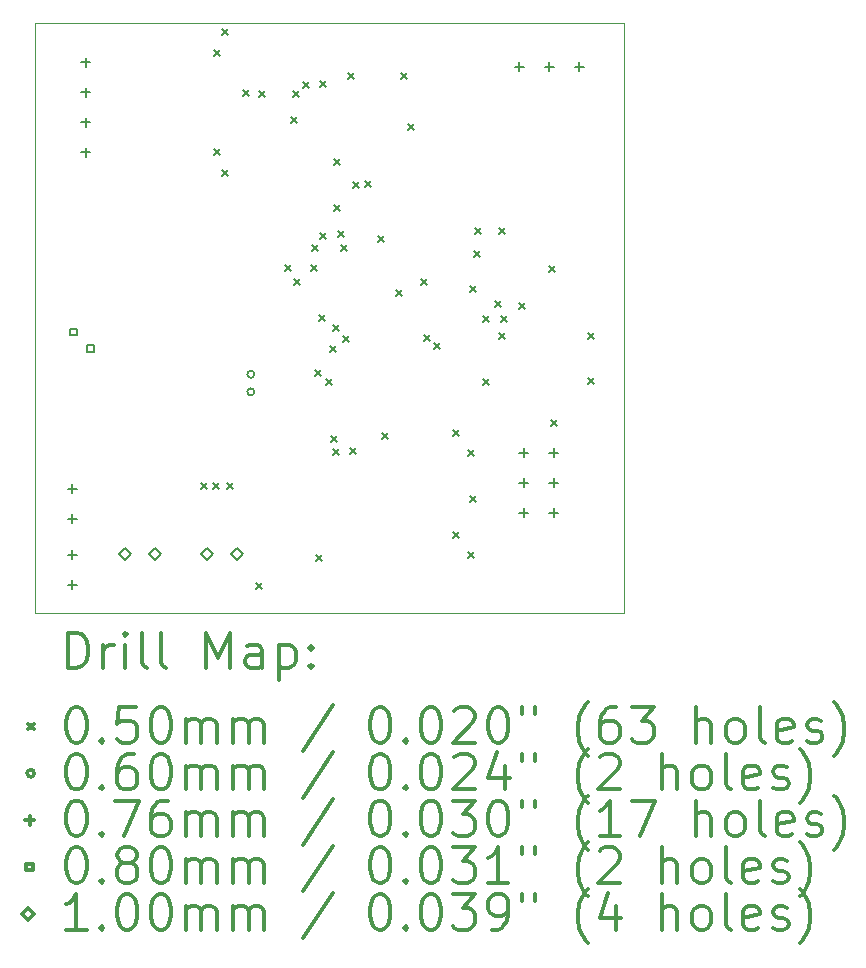
<source format=gbr>
%FSLAX45Y45*%
G04 Gerber Fmt 4.5, Leading zero omitted, Abs format (unit mm)*
G04 Created by KiCad (PCBNEW 4.1.0-alpha+201606030946+6874~45~ubuntu14.04.1-product) date Sun Jul  3 18:53:12 2016*
%MOMM*%
%LPD*%
G01*
G04 APERTURE LIST*
%ADD10C,0.127000*%
%ADD11C,0.100000*%
%ADD12C,0.200000*%
%ADD13C,0.300000*%
G04 APERTURE END LIST*
D10*
D11*
X13182600Y-11379200D02*
X13182600Y-6388100D01*
X18173700Y-11379200D02*
X13182600Y-11379200D01*
X18173700Y-6388100D02*
X18173700Y-11379200D01*
X13182600Y-6388100D02*
X18173700Y-6388100D01*
D12*
X14586350Y-10281050D02*
X14636350Y-10331050D01*
X14636350Y-10281050D02*
X14586350Y-10331050D01*
X14694300Y-10281050D02*
X14744300Y-10331050D01*
X14744300Y-10281050D02*
X14694300Y-10331050D01*
X14700650Y-6617100D02*
X14750650Y-6667100D01*
X14750650Y-6617100D02*
X14700650Y-6667100D01*
X14700650Y-7455300D02*
X14750650Y-7505300D01*
X14750650Y-7455300D02*
X14700650Y-7505300D01*
X14770500Y-6439300D02*
X14820500Y-6489300D01*
X14820500Y-6439300D02*
X14770500Y-6489300D01*
X14770500Y-7633100D02*
X14820500Y-7683100D01*
X14820500Y-7633100D02*
X14770500Y-7683100D01*
X14808600Y-10281050D02*
X14858600Y-10331050D01*
X14858600Y-10281050D02*
X14808600Y-10331050D01*
X14941950Y-6953650D02*
X14991950Y-7003650D01*
X14991950Y-6953650D02*
X14941950Y-7003650D01*
X15056250Y-11125600D02*
X15106250Y-11175600D01*
X15106250Y-11125600D02*
X15056250Y-11175600D01*
X15081650Y-6960000D02*
X15131650Y-7010000D01*
X15131650Y-6960000D02*
X15081650Y-7010000D01*
X15297550Y-8439550D02*
X15347550Y-8489550D01*
X15347550Y-8439550D02*
X15297550Y-8489550D01*
X15354700Y-7182250D02*
X15404700Y-7232250D01*
X15404700Y-7182250D02*
X15354700Y-7232250D01*
X15367400Y-6966350D02*
X15417400Y-7016350D01*
X15417400Y-6966350D02*
X15367400Y-7016350D01*
X15380100Y-8553850D02*
X15430100Y-8603850D01*
X15430100Y-8553850D02*
X15380100Y-8603850D01*
X15456300Y-6890150D02*
X15506300Y-6940150D01*
X15506300Y-6890150D02*
X15456300Y-6940150D01*
X15519800Y-8439550D02*
X15569800Y-8489550D01*
X15569800Y-8439550D02*
X15519800Y-8489550D01*
X15526150Y-8268100D02*
X15576150Y-8318100D01*
X15576150Y-8268100D02*
X15526150Y-8318100D01*
X15557900Y-9328550D02*
X15607900Y-9378550D01*
X15607900Y-9328550D02*
X15557900Y-9378550D01*
X15564250Y-10890650D02*
X15614250Y-10940650D01*
X15614250Y-10890650D02*
X15564250Y-10940650D01*
X15589650Y-8858650D02*
X15639650Y-8908650D01*
X15639650Y-8858650D02*
X15589650Y-8908650D01*
X15596000Y-6877450D02*
X15646000Y-6927450D01*
X15646000Y-6877450D02*
X15596000Y-6927450D01*
X15596000Y-8166500D02*
X15646000Y-8216500D01*
X15646000Y-8166500D02*
X15596000Y-8216500D01*
X15646800Y-9398400D02*
X15696800Y-9448400D01*
X15696800Y-9398400D02*
X15646800Y-9448400D01*
X15684900Y-9125350D02*
X15734900Y-9175350D01*
X15734900Y-9125350D02*
X15684900Y-9175350D01*
X15691250Y-9881000D02*
X15741250Y-9931000D01*
X15741250Y-9881000D02*
X15691250Y-9931000D01*
X15710300Y-8947550D02*
X15760300Y-8997550D01*
X15760300Y-8947550D02*
X15710300Y-8997550D01*
X15710300Y-9995300D02*
X15760300Y-10045300D01*
X15760300Y-9995300D02*
X15710300Y-10045300D01*
X15716650Y-7537850D02*
X15766650Y-7587850D01*
X15766650Y-7537850D02*
X15716650Y-7587850D01*
X15716650Y-7925200D02*
X15766650Y-7975200D01*
X15766650Y-7925200D02*
X15716650Y-7975200D01*
X15748400Y-8147450D02*
X15798400Y-8197450D01*
X15798400Y-8147450D02*
X15748400Y-8197450D01*
X15773800Y-8268100D02*
X15823800Y-8318100D01*
X15823800Y-8268100D02*
X15773800Y-8318100D01*
X15792850Y-9036450D02*
X15842850Y-9086450D01*
X15842850Y-9036450D02*
X15792850Y-9086450D01*
X15830950Y-6813950D02*
X15880950Y-6863950D01*
X15880950Y-6813950D02*
X15830950Y-6863950D01*
X15850000Y-9988950D02*
X15900000Y-10038950D01*
X15900000Y-9988950D02*
X15850000Y-10038950D01*
X15875400Y-7734700D02*
X15925400Y-7784700D01*
X15925400Y-7734700D02*
X15875400Y-7784700D01*
X15977000Y-7722000D02*
X16027000Y-7772000D01*
X16027000Y-7722000D02*
X15977000Y-7772000D01*
X16091300Y-8191900D02*
X16141300Y-8241900D01*
X16141300Y-8191900D02*
X16091300Y-8241900D01*
X16123050Y-9855600D02*
X16173050Y-9905600D01*
X16173050Y-9855600D02*
X16123050Y-9905600D01*
X16243700Y-8649100D02*
X16293700Y-8699100D01*
X16293700Y-8649100D02*
X16243700Y-8699100D01*
X16281800Y-6807600D02*
X16331800Y-6857600D01*
X16331800Y-6807600D02*
X16281800Y-6857600D01*
X16345300Y-7239400D02*
X16395300Y-7289400D01*
X16395300Y-7239400D02*
X16345300Y-7289400D01*
X16453250Y-8553850D02*
X16503250Y-8603850D01*
X16503250Y-8553850D02*
X16453250Y-8603850D01*
X16478650Y-9030100D02*
X16528650Y-9080100D01*
X16528650Y-9030100D02*
X16478650Y-9080100D01*
X16561200Y-9099950D02*
X16611200Y-9149950D01*
X16611200Y-9099950D02*
X16561200Y-9149950D01*
X16719950Y-10700150D02*
X16769950Y-10750150D01*
X16769950Y-10700150D02*
X16719950Y-10750150D01*
X16726300Y-9830200D02*
X16776300Y-9880200D01*
X16776300Y-9830200D02*
X16726300Y-9880200D01*
X16846950Y-10001650D02*
X16896950Y-10051650D01*
X16896950Y-10001650D02*
X16846950Y-10051650D01*
X16846950Y-10865250D02*
X16896950Y-10915250D01*
X16896950Y-10865250D02*
X16846950Y-10915250D01*
X16866000Y-8617350D02*
X16916000Y-8667350D01*
X16916000Y-8617350D02*
X16866000Y-8667350D01*
X16866000Y-10389000D02*
X16916000Y-10439000D01*
X16916000Y-10389000D02*
X16866000Y-10439000D01*
X16904100Y-8318900D02*
X16954100Y-8368900D01*
X16954100Y-8318900D02*
X16904100Y-8368900D01*
X16910450Y-8122050D02*
X16960450Y-8172050D01*
X16960450Y-8122050D02*
X16910450Y-8172050D01*
X16980300Y-8865000D02*
X17030300Y-8915000D01*
X17030300Y-8865000D02*
X16980300Y-8915000D01*
X16980300Y-9398400D02*
X17030300Y-9448400D01*
X17030300Y-9398400D02*
X16980300Y-9448400D01*
X17081900Y-8744350D02*
X17131900Y-8794350D01*
X17131900Y-8744350D02*
X17081900Y-8794350D01*
X17113650Y-8122050D02*
X17163650Y-8172050D01*
X17163650Y-8122050D02*
X17113650Y-8172050D01*
X17113650Y-9011050D02*
X17163650Y-9061050D01*
X17163650Y-9011050D02*
X17113650Y-9061050D01*
X17132700Y-8871350D02*
X17182700Y-8921350D01*
X17182700Y-8871350D02*
X17132700Y-8921350D01*
X17278750Y-8757050D02*
X17328750Y-8807050D01*
X17328750Y-8757050D02*
X17278750Y-8807050D01*
X17532750Y-8445900D02*
X17582750Y-8495900D01*
X17582750Y-8445900D02*
X17532750Y-8495900D01*
X17551800Y-9747650D02*
X17601800Y-9797650D01*
X17601800Y-9747650D02*
X17551800Y-9797650D01*
X17862950Y-9011050D02*
X17912950Y-9061050D01*
X17912950Y-9011050D02*
X17862950Y-9061050D01*
X17862950Y-9392050D02*
X17912950Y-9442050D01*
X17912950Y-9392050D02*
X17862950Y-9442050D01*
X15041372Y-9361170D02*
G75*
G03X15041372Y-9361170I-29972J0D01*
G01*
X15041372Y-9511030D02*
G75*
G03X15041372Y-9511030I-29972J0D01*
G01*
X13498830Y-10290810D02*
X13498830Y-10367010D01*
X13460730Y-10328910D02*
X13536930Y-10328910D01*
X13498830Y-10544810D02*
X13498830Y-10621010D01*
X13460730Y-10582910D02*
X13536930Y-10582910D01*
X13498830Y-10850880D02*
X13498830Y-10927080D01*
X13460730Y-10888980D02*
X13536930Y-10888980D01*
X13498830Y-11104880D02*
X13498830Y-11181080D01*
X13460730Y-11142980D02*
X13536930Y-11142980D01*
X13614400Y-6680200D02*
X13614400Y-6756400D01*
X13576300Y-6718300D02*
X13652500Y-6718300D01*
X13614400Y-6934200D02*
X13614400Y-7010400D01*
X13576300Y-6972300D02*
X13652500Y-6972300D01*
X13614400Y-7188200D02*
X13614400Y-7264400D01*
X13576300Y-7226300D02*
X13652500Y-7226300D01*
X13614400Y-7442200D02*
X13614400Y-7518400D01*
X13576300Y-7480300D02*
X13652500Y-7480300D01*
X17284700Y-6718300D02*
X17284700Y-6794500D01*
X17246600Y-6756400D02*
X17322800Y-6756400D01*
X17322800Y-9988550D02*
X17322800Y-10064750D01*
X17284700Y-10026650D02*
X17360900Y-10026650D01*
X17322800Y-10242550D02*
X17322800Y-10318750D01*
X17284700Y-10280650D02*
X17360900Y-10280650D01*
X17322800Y-10496550D02*
X17322800Y-10572750D01*
X17284700Y-10534650D02*
X17360900Y-10534650D01*
X17538700Y-6718300D02*
X17538700Y-6794500D01*
X17500600Y-6756400D02*
X17576800Y-6756400D01*
X17576800Y-9988550D02*
X17576800Y-10064750D01*
X17538700Y-10026650D02*
X17614900Y-10026650D01*
X17576800Y-10242550D02*
X17576800Y-10318750D01*
X17538700Y-10280650D02*
X17614900Y-10280650D01*
X17576800Y-10496550D02*
X17576800Y-10572750D01*
X17538700Y-10534650D02*
X17614900Y-10534650D01*
X17792700Y-6718300D02*
X17792700Y-6794500D01*
X17754600Y-6756400D02*
X17830800Y-6756400D01*
X13539363Y-9030863D02*
X13539363Y-8974294D01*
X13482794Y-8974294D01*
X13482794Y-9030863D01*
X13539363Y-9030863D01*
X13680784Y-9172285D02*
X13680784Y-9115716D01*
X13624215Y-9115716D01*
X13624215Y-9172285D01*
X13680784Y-9172285D01*
X13944600Y-10933938D02*
X13994638Y-10883900D01*
X13944600Y-10833862D01*
X13894562Y-10883900D01*
X13944600Y-10933938D01*
X14198600Y-10933938D02*
X14248638Y-10883900D01*
X14198600Y-10833862D01*
X14148562Y-10883900D01*
X14198600Y-10933938D01*
X14643100Y-10933938D02*
X14693138Y-10883900D01*
X14643100Y-10833862D01*
X14593062Y-10883900D01*
X14643100Y-10933938D01*
X14897100Y-10933938D02*
X14947138Y-10883900D01*
X14897100Y-10833862D01*
X14847062Y-10883900D01*
X14897100Y-10933938D01*
D13*
X13464028Y-11849914D02*
X13464028Y-11549914D01*
X13535457Y-11549914D01*
X13578314Y-11564200D01*
X13606886Y-11592771D01*
X13621171Y-11621343D01*
X13635457Y-11678486D01*
X13635457Y-11721343D01*
X13621171Y-11778486D01*
X13606886Y-11807057D01*
X13578314Y-11835629D01*
X13535457Y-11849914D01*
X13464028Y-11849914D01*
X13764028Y-11849914D02*
X13764028Y-11649914D01*
X13764028Y-11707057D02*
X13778314Y-11678486D01*
X13792600Y-11664200D01*
X13821171Y-11649914D01*
X13849743Y-11649914D01*
X13949743Y-11849914D02*
X13949743Y-11649914D01*
X13949743Y-11549914D02*
X13935457Y-11564200D01*
X13949743Y-11578486D01*
X13964028Y-11564200D01*
X13949743Y-11549914D01*
X13949743Y-11578486D01*
X14135457Y-11849914D02*
X14106886Y-11835629D01*
X14092600Y-11807057D01*
X14092600Y-11549914D01*
X14292600Y-11849914D02*
X14264028Y-11835629D01*
X14249743Y-11807057D01*
X14249743Y-11549914D01*
X14635457Y-11849914D02*
X14635457Y-11549914D01*
X14735457Y-11764200D01*
X14835457Y-11549914D01*
X14835457Y-11849914D01*
X15106886Y-11849914D02*
X15106886Y-11692771D01*
X15092600Y-11664200D01*
X15064028Y-11649914D01*
X15006886Y-11649914D01*
X14978314Y-11664200D01*
X15106886Y-11835629D02*
X15078314Y-11849914D01*
X15006886Y-11849914D01*
X14978314Y-11835629D01*
X14964028Y-11807057D01*
X14964028Y-11778486D01*
X14978314Y-11749914D01*
X15006886Y-11735629D01*
X15078314Y-11735629D01*
X15106886Y-11721343D01*
X15249743Y-11649914D02*
X15249743Y-11949914D01*
X15249743Y-11664200D02*
X15278314Y-11649914D01*
X15335457Y-11649914D01*
X15364028Y-11664200D01*
X15378314Y-11678486D01*
X15392600Y-11707057D01*
X15392600Y-11792771D01*
X15378314Y-11821343D01*
X15364028Y-11835629D01*
X15335457Y-11849914D01*
X15278314Y-11849914D01*
X15249743Y-11835629D01*
X15521171Y-11821343D02*
X15535457Y-11835629D01*
X15521171Y-11849914D01*
X15506886Y-11835629D01*
X15521171Y-11821343D01*
X15521171Y-11849914D01*
X15521171Y-11664200D02*
X15535457Y-11678486D01*
X15521171Y-11692771D01*
X15506886Y-11678486D01*
X15521171Y-11664200D01*
X15521171Y-11692771D01*
X13127600Y-12319200D02*
X13177600Y-12369200D01*
X13177600Y-12319200D02*
X13127600Y-12369200D01*
X13521171Y-12179914D02*
X13549743Y-12179914D01*
X13578314Y-12194200D01*
X13592600Y-12208486D01*
X13606886Y-12237057D01*
X13621171Y-12294200D01*
X13621171Y-12365629D01*
X13606886Y-12422771D01*
X13592600Y-12451343D01*
X13578314Y-12465629D01*
X13549743Y-12479914D01*
X13521171Y-12479914D01*
X13492600Y-12465629D01*
X13478314Y-12451343D01*
X13464028Y-12422771D01*
X13449743Y-12365629D01*
X13449743Y-12294200D01*
X13464028Y-12237057D01*
X13478314Y-12208486D01*
X13492600Y-12194200D01*
X13521171Y-12179914D01*
X13749743Y-12451343D02*
X13764028Y-12465629D01*
X13749743Y-12479914D01*
X13735457Y-12465629D01*
X13749743Y-12451343D01*
X13749743Y-12479914D01*
X14035457Y-12179914D02*
X13892600Y-12179914D01*
X13878314Y-12322771D01*
X13892600Y-12308486D01*
X13921171Y-12294200D01*
X13992600Y-12294200D01*
X14021171Y-12308486D01*
X14035457Y-12322771D01*
X14049743Y-12351343D01*
X14049743Y-12422771D01*
X14035457Y-12451343D01*
X14021171Y-12465629D01*
X13992600Y-12479914D01*
X13921171Y-12479914D01*
X13892600Y-12465629D01*
X13878314Y-12451343D01*
X14235457Y-12179914D02*
X14264028Y-12179914D01*
X14292600Y-12194200D01*
X14306886Y-12208486D01*
X14321171Y-12237057D01*
X14335457Y-12294200D01*
X14335457Y-12365629D01*
X14321171Y-12422771D01*
X14306886Y-12451343D01*
X14292600Y-12465629D01*
X14264028Y-12479914D01*
X14235457Y-12479914D01*
X14206886Y-12465629D01*
X14192600Y-12451343D01*
X14178314Y-12422771D01*
X14164028Y-12365629D01*
X14164028Y-12294200D01*
X14178314Y-12237057D01*
X14192600Y-12208486D01*
X14206886Y-12194200D01*
X14235457Y-12179914D01*
X14464028Y-12479914D02*
X14464028Y-12279914D01*
X14464028Y-12308486D02*
X14478314Y-12294200D01*
X14506886Y-12279914D01*
X14549743Y-12279914D01*
X14578314Y-12294200D01*
X14592600Y-12322771D01*
X14592600Y-12479914D01*
X14592600Y-12322771D02*
X14606886Y-12294200D01*
X14635457Y-12279914D01*
X14678314Y-12279914D01*
X14706886Y-12294200D01*
X14721171Y-12322771D01*
X14721171Y-12479914D01*
X14864028Y-12479914D02*
X14864028Y-12279914D01*
X14864028Y-12308486D02*
X14878314Y-12294200D01*
X14906886Y-12279914D01*
X14949743Y-12279914D01*
X14978314Y-12294200D01*
X14992600Y-12322771D01*
X14992600Y-12479914D01*
X14992600Y-12322771D02*
X15006886Y-12294200D01*
X15035457Y-12279914D01*
X15078314Y-12279914D01*
X15106886Y-12294200D01*
X15121171Y-12322771D01*
X15121171Y-12479914D01*
X15706886Y-12165629D02*
X15449743Y-12551343D01*
X16092600Y-12179914D02*
X16121171Y-12179914D01*
X16149743Y-12194200D01*
X16164028Y-12208486D01*
X16178314Y-12237057D01*
X16192600Y-12294200D01*
X16192600Y-12365629D01*
X16178314Y-12422771D01*
X16164028Y-12451343D01*
X16149743Y-12465629D01*
X16121171Y-12479914D01*
X16092600Y-12479914D01*
X16064028Y-12465629D01*
X16049743Y-12451343D01*
X16035457Y-12422771D01*
X16021171Y-12365629D01*
X16021171Y-12294200D01*
X16035457Y-12237057D01*
X16049743Y-12208486D01*
X16064028Y-12194200D01*
X16092600Y-12179914D01*
X16321171Y-12451343D02*
X16335457Y-12465629D01*
X16321171Y-12479914D01*
X16306886Y-12465629D01*
X16321171Y-12451343D01*
X16321171Y-12479914D01*
X16521171Y-12179914D02*
X16549743Y-12179914D01*
X16578314Y-12194200D01*
X16592600Y-12208486D01*
X16606886Y-12237057D01*
X16621171Y-12294200D01*
X16621171Y-12365629D01*
X16606886Y-12422771D01*
X16592600Y-12451343D01*
X16578314Y-12465629D01*
X16549743Y-12479914D01*
X16521171Y-12479914D01*
X16492600Y-12465629D01*
X16478314Y-12451343D01*
X16464028Y-12422771D01*
X16449743Y-12365629D01*
X16449743Y-12294200D01*
X16464028Y-12237057D01*
X16478314Y-12208486D01*
X16492600Y-12194200D01*
X16521171Y-12179914D01*
X16735457Y-12208486D02*
X16749743Y-12194200D01*
X16778314Y-12179914D01*
X16849743Y-12179914D01*
X16878314Y-12194200D01*
X16892600Y-12208486D01*
X16906886Y-12237057D01*
X16906886Y-12265629D01*
X16892600Y-12308486D01*
X16721171Y-12479914D01*
X16906886Y-12479914D01*
X17092600Y-12179914D02*
X17121171Y-12179914D01*
X17149743Y-12194200D01*
X17164028Y-12208486D01*
X17178314Y-12237057D01*
X17192600Y-12294200D01*
X17192600Y-12365629D01*
X17178314Y-12422771D01*
X17164028Y-12451343D01*
X17149743Y-12465629D01*
X17121171Y-12479914D01*
X17092600Y-12479914D01*
X17064028Y-12465629D01*
X17049743Y-12451343D01*
X17035457Y-12422771D01*
X17021171Y-12365629D01*
X17021171Y-12294200D01*
X17035457Y-12237057D01*
X17049743Y-12208486D01*
X17064028Y-12194200D01*
X17092600Y-12179914D01*
X17306886Y-12179914D02*
X17306886Y-12237057D01*
X17421171Y-12179914D02*
X17421171Y-12237057D01*
X17864028Y-12594200D02*
X17849743Y-12579914D01*
X17821171Y-12537057D01*
X17806886Y-12508486D01*
X17792600Y-12465629D01*
X17778314Y-12394200D01*
X17778314Y-12337057D01*
X17792600Y-12265629D01*
X17806886Y-12222771D01*
X17821171Y-12194200D01*
X17849743Y-12151343D01*
X17864028Y-12137057D01*
X18106886Y-12179914D02*
X18049743Y-12179914D01*
X18021171Y-12194200D01*
X18006886Y-12208486D01*
X17978314Y-12251343D01*
X17964028Y-12308486D01*
X17964028Y-12422771D01*
X17978314Y-12451343D01*
X17992600Y-12465629D01*
X18021171Y-12479914D01*
X18078314Y-12479914D01*
X18106886Y-12465629D01*
X18121171Y-12451343D01*
X18135457Y-12422771D01*
X18135457Y-12351343D01*
X18121171Y-12322771D01*
X18106886Y-12308486D01*
X18078314Y-12294200D01*
X18021171Y-12294200D01*
X17992600Y-12308486D01*
X17978314Y-12322771D01*
X17964028Y-12351343D01*
X18235457Y-12179914D02*
X18421171Y-12179914D01*
X18321171Y-12294200D01*
X18364028Y-12294200D01*
X18392600Y-12308486D01*
X18406886Y-12322771D01*
X18421171Y-12351343D01*
X18421171Y-12422771D01*
X18406886Y-12451343D01*
X18392600Y-12465629D01*
X18364028Y-12479914D01*
X18278314Y-12479914D01*
X18249743Y-12465629D01*
X18235457Y-12451343D01*
X18778314Y-12479914D02*
X18778314Y-12179914D01*
X18906886Y-12479914D02*
X18906886Y-12322771D01*
X18892600Y-12294200D01*
X18864028Y-12279914D01*
X18821171Y-12279914D01*
X18792600Y-12294200D01*
X18778314Y-12308486D01*
X19092600Y-12479914D02*
X19064028Y-12465629D01*
X19049743Y-12451343D01*
X19035457Y-12422771D01*
X19035457Y-12337057D01*
X19049743Y-12308486D01*
X19064028Y-12294200D01*
X19092600Y-12279914D01*
X19135457Y-12279914D01*
X19164028Y-12294200D01*
X19178314Y-12308486D01*
X19192600Y-12337057D01*
X19192600Y-12422771D01*
X19178314Y-12451343D01*
X19164028Y-12465629D01*
X19135457Y-12479914D01*
X19092600Y-12479914D01*
X19364028Y-12479914D02*
X19335457Y-12465629D01*
X19321171Y-12437057D01*
X19321171Y-12179914D01*
X19592600Y-12465629D02*
X19564028Y-12479914D01*
X19506886Y-12479914D01*
X19478314Y-12465629D01*
X19464028Y-12437057D01*
X19464028Y-12322771D01*
X19478314Y-12294200D01*
X19506886Y-12279914D01*
X19564028Y-12279914D01*
X19592600Y-12294200D01*
X19606886Y-12322771D01*
X19606886Y-12351343D01*
X19464028Y-12379914D01*
X19721171Y-12465629D02*
X19749743Y-12479914D01*
X19806886Y-12479914D01*
X19835457Y-12465629D01*
X19849743Y-12437057D01*
X19849743Y-12422771D01*
X19835457Y-12394200D01*
X19806886Y-12379914D01*
X19764028Y-12379914D01*
X19735457Y-12365629D01*
X19721171Y-12337057D01*
X19721171Y-12322771D01*
X19735457Y-12294200D01*
X19764028Y-12279914D01*
X19806886Y-12279914D01*
X19835457Y-12294200D01*
X19949743Y-12594200D02*
X19964028Y-12579914D01*
X19992600Y-12537057D01*
X20006886Y-12508486D01*
X20021171Y-12465629D01*
X20035457Y-12394200D01*
X20035457Y-12337057D01*
X20021171Y-12265629D01*
X20006886Y-12222771D01*
X19992600Y-12194200D01*
X19964028Y-12151343D01*
X19949743Y-12137057D01*
X13177600Y-12740200D02*
G75*
G03X13177600Y-12740200I-29972J0D01*
G01*
X13521171Y-12575914D02*
X13549743Y-12575914D01*
X13578314Y-12590200D01*
X13592600Y-12604486D01*
X13606886Y-12633057D01*
X13621171Y-12690200D01*
X13621171Y-12761629D01*
X13606886Y-12818771D01*
X13592600Y-12847343D01*
X13578314Y-12861629D01*
X13549743Y-12875914D01*
X13521171Y-12875914D01*
X13492600Y-12861629D01*
X13478314Y-12847343D01*
X13464028Y-12818771D01*
X13449743Y-12761629D01*
X13449743Y-12690200D01*
X13464028Y-12633057D01*
X13478314Y-12604486D01*
X13492600Y-12590200D01*
X13521171Y-12575914D01*
X13749743Y-12847343D02*
X13764028Y-12861629D01*
X13749743Y-12875914D01*
X13735457Y-12861629D01*
X13749743Y-12847343D01*
X13749743Y-12875914D01*
X14021171Y-12575914D02*
X13964028Y-12575914D01*
X13935457Y-12590200D01*
X13921171Y-12604486D01*
X13892600Y-12647343D01*
X13878314Y-12704486D01*
X13878314Y-12818771D01*
X13892600Y-12847343D01*
X13906886Y-12861629D01*
X13935457Y-12875914D01*
X13992600Y-12875914D01*
X14021171Y-12861629D01*
X14035457Y-12847343D01*
X14049743Y-12818771D01*
X14049743Y-12747343D01*
X14035457Y-12718771D01*
X14021171Y-12704486D01*
X13992600Y-12690200D01*
X13935457Y-12690200D01*
X13906886Y-12704486D01*
X13892600Y-12718771D01*
X13878314Y-12747343D01*
X14235457Y-12575914D02*
X14264028Y-12575914D01*
X14292600Y-12590200D01*
X14306886Y-12604486D01*
X14321171Y-12633057D01*
X14335457Y-12690200D01*
X14335457Y-12761629D01*
X14321171Y-12818771D01*
X14306886Y-12847343D01*
X14292600Y-12861629D01*
X14264028Y-12875914D01*
X14235457Y-12875914D01*
X14206886Y-12861629D01*
X14192600Y-12847343D01*
X14178314Y-12818771D01*
X14164028Y-12761629D01*
X14164028Y-12690200D01*
X14178314Y-12633057D01*
X14192600Y-12604486D01*
X14206886Y-12590200D01*
X14235457Y-12575914D01*
X14464028Y-12875914D02*
X14464028Y-12675914D01*
X14464028Y-12704486D02*
X14478314Y-12690200D01*
X14506886Y-12675914D01*
X14549743Y-12675914D01*
X14578314Y-12690200D01*
X14592600Y-12718771D01*
X14592600Y-12875914D01*
X14592600Y-12718771D02*
X14606886Y-12690200D01*
X14635457Y-12675914D01*
X14678314Y-12675914D01*
X14706886Y-12690200D01*
X14721171Y-12718771D01*
X14721171Y-12875914D01*
X14864028Y-12875914D02*
X14864028Y-12675914D01*
X14864028Y-12704486D02*
X14878314Y-12690200D01*
X14906886Y-12675914D01*
X14949743Y-12675914D01*
X14978314Y-12690200D01*
X14992600Y-12718771D01*
X14992600Y-12875914D01*
X14992600Y-12718771D02*
X15006886Y-12690200D01*
X15035457Y-12675914D01*
X15078314Y-12675914D01*
X15106886Y-12690200D01*
X15121171Y-12718771D01*
X15121171Y-12875914D01*
X15706886Y-12561629D02*
X15449743Y-12947343D01*
X16092600Y-12575914D02*
X16121171Y-12575914D01*
X16149743Y-12590200D01*
X16164028Y-12604486D01*
X16178314Y-12633057D01*
X16192600Y-12690200D01*
X16192600Y-12761629D01*
X16178314Y-12818771D01*
X16164028Y-12847343D01*
X16149743Y-12861629D01*
X16121171Y-12875914D01*
X16092600Y-12875914D01*
X16064028Y-12861629D01*
X16049743Y-12847343D01*
X16035457Y-12818771D01*
X16021171Y-12761629D01*
X16021171Y-12690200D01*
X16035457Y-12633057D01*
X16049743Y-12604486D01*
X16064028Y-12590200D01*
X16092600Y-12575914D01*
X16321171Y-12847343D02*
X16335457Y-12861629D01*
X16321171Y-12875914D01*
X16306886Y-12861629D01*
X16321171Y-12847343D01*
X16321171Y-12875914D01*
X16521171Y-12575914D02*
X16549743Y-12575914D01*
X16578314Y-12590200D01*
X16592600Y-12604486D01*
X16606886Y-12633057D01*
X16621171Y-12690200D01*
X16621171Y-12761629D01*
X16606886Y-12818771D01*
X16592600Y-12847343D01*
X16578314Y-12861629D01*
X16549743Y-12875914D01*
X16521171Y-12875914D01*
X16492600Y-12861629D01*
X16478314Y-12847343D01*
X16464028Y-12818771D01*
X16449743Y-12761629D01*
X16449743Y-12690200D01*
X16464028Y-12633057D01*
X16478314Y-12604486D01*
X16492600Y-12590200D01*
X16521171Y-12575914D01*
X16735457Y-12604486D02*
X16749743Y-12590200D01*
X16778314Y-12575914D01*
X16849743Y-12575914D01*
X16878314Y-12590200D01*
X16892600Y-12604486D01*
X16906886Y-12633057D01*
X16906886Y-12661629D01*
X16892600Y-12704486D01*
X16721171Y-12875914D01*
X16906886Y-12875914D01*
X17164028Y-12675914D02*
X17164028Y-12875914D01*
X17092600Y-12561629D02*
X17021171Y-12775914D01*
X17206886Y-12775914D01*
X17306886Y-12575914D02*
X17306886Y-12633057D01*
X17421171Y-12575914D02*
X17421171Y-12633057D01*
X17864028Y-12990200D02*
X17849743Y-12975914D01*
X17821171Y-12933057D01*
X17806886Y-12904486D01*
X17792600Y-12861629D01*
X17778314Y-12790200D01*
X17778314Y-12733057D01*
X17792600Y-12661629D01*
X17806886Y-12618771D01*
X17821171Y-12590200D01*
X17849743Y-12547343D01*
X17864028Y-12533057D01*
X17964028Y-12604486D02*
X17978314Y-12590200D01*
X18006886Y-12575914D01*
X18078314Y-12575914D01*
X18106886Y-12590200D01*
X18121171Y-12604486D01*
X18135457Y-12633057D01*
X18135457Y-12661629D01*
X18121171Y-12704486D01*
X17949743Y-12875914D01*
X18135457Y-12875914D01*
X18492600Y-12875914D02*
X18492600Y-12575914D01*
X18621171Y-12875914D02*
X18621171Y-12718771D01*
X18606886Y-12690200D01*
X18578314Y-12675914D01*
X18535457Y-12675914D01*
X18506886Y-12690200D01*
X18492600Y-12704486D01*
X18806886Y-12875914D02*
X18778314Y-12861629D01*
X18764028Y-12847343D01*
X18749743Y-12818771D01*
X18749743Y-12733057D01*
X18764028Y-12704486D01*
X18778314Y-12690200D01*
X18806886Y-12675914D01*
X18849743Y-12675914D01*
X18878314Y-12690200D01*
X18892600Y-12704486D01*
X18906886Y-12733057D01*
X18906886Y-12818771D01*
X18892600Y-12847343D01*
X18878314Y-12861629D01*
X18849743Y-12875914D01*
X18806886Y-12875914D01*
X19078314Y-12875914D02*
X19049743Y-12861629D01*
X19035457Y-12833057D01*
X19035457Y-12575914D01*
X19306886Y-12861629D02*
X19278314Y-12875914D01*
X19221171Y-12875914D01*
X19192600Y-12861629D01*
X19178314Y-12833057D01*
X19178314Y-12718771D01*
X19192600Y-12690200D01*
X19221171Y-12675914D01*
X19278314Y-12675914D01*
X19306886Y-12690200D01*
X19321171Y-12718771D01*
X19321171Y-12747343D01*
X19178314Y-12775914D01*
X19435457Y-12861629D02*
X19464028Y-12875914D01*
X19521171Y-12875914D01*
X19549743Y-12861629D01*
X19564028Y-12833057D01*
X19564028Y-12818771D01*
X19549743Y-12790200D01*
X19521171Y-12775914D01*
X19478314Y-12775914D01*
X19449743Y-12761629D01*
X19435457Y-12733057D01*
X19435457Y-12718771D01*
X19449743Y-12690200D01*
X19478314Y-12675914D01*
X19521171Y-12675914D01*
X19549743Y-12690200D01*
X19664028Y-12990200D02*
X19678314Y-12975914D01*
X19706886Y-12933057D01*
X19721171Y-12904486D01*
X19735457Y-12861629D01*
X19749743Y-12790200D01*
X19749743Y-12733057D01*
X19735457Y-12661629D01*
X19721171Y-12618771D01*
X19706886Y-12590200D01*
X19678314Y-12547343D01*
X19664028Y-12533057D01*
X13139500Y-13098100D02*
X13139500Y-13174300D01*
X13101400Y-13136200D02*
X13177600Y-13136200D01*
X13521171Y-12971914D02*
X13549743Y-12971914D01*
X13578314Y-12986200D01*
X13592600Y-13000486D01*
X13606886Y-13029057D01*
X13621171Y-13086200D01*
X13621171Y-13157629D01*
X13606886Y-13214771D01*
X13592600Y-13243343D01*
X13578314Y-13257629D01*
X13549743Y-13271914D01*
X13521171Y-13271914D01*
X13492600Y-13257629D01*
X13478314Y-13243343D01*
X13464028Y-13214771D01*
X13449743Y-13157629D01*
X13449743Y-13086200D01*
X13464028Y-13029057D01*
X13478314Y-13000486D01*
X13492600Y-12986200D01*
X13521171Y-12971914D01*
X13749743Y-13243343D02*
X13764028Y-13257629D01*
X13749743Y-13271914D01*
X13735457Y-13257629D01*
X13749743Y-13243343D01*
X13749743Y-13271914D01*
X13864028Y-12971914D02*
X14064028Y-12971914D01*
X13935457Y-13271914D01*
X14306886Y-12971914D02*
X14249743Y-12971914D01*
X14221171Y-12986200D01*
X14206886Y-13000486D01*
X14178314Y-13043343D01*
X14164028Y-13100486D01*
X14164028Y-13214771D01*
X14178314Y-13243343D01*
X14192600Y-13257629D01*
X14221171Y-13271914D01*
X14278314Y-13271914D01*
X14306886Y-13257629D01*
X14321171Y-13243343D01*
X14335457Y-13214771D01*
X14335457Y-13143343D01*
X14321171Y-13114771D01*
X14306886Y-13100486D01*
X14278314Y-13086200D01*
X14221171Y-13086200D01*
X14192600Y-13100486D01*
X14178314Y-13114771D01*
X14164028Y-13143343D01*
X14464028Y-13271914D02*
X14464028Y-13071914D01*
X14464028Y-13100486D02*
X14478314Y-13086200D01*
X14506886Y-13071914D01*
X14549743Y-13071914D01*
X14578314Y-13086200D01*
X14592600Y-13114771D01*
X14592600Y-13271914D01*
X14592600Y-13114771D02*
X14606886Y-13086200D01*
X14635457Y-13071914D01*
X14678314Y-13071914D01*
X14706886Y-13086200D01*
X14721171Y-13114771D01*
X14721171Y-13271914D01*
X14864028Y-13271914D02*
X14864028Y-13071914D01*
X14864028Y-13100486D02*
X14878314Y-13086200D01*
X14906886Y-13071914D01*
X14949743Y-13071914D01*
X14978314Y-13086200D01*
X14992600Y-13114771D01*
X14992600Y-13271914D01*
X14992600Y-13114771D02*
X15006886Y-13086200D01*
X15035457Y-13071914D01*
X15078314Y-13071914D01*
X15106886Y-13086200D01*
X15121171Y-13114771D01*
X15121171Y-13271914D01*
X15706886Y-12957629D02*
X15449743Y-13343343D01*
X16092600Y-12971914D02*
X16121171Y-12971914D01*
X16149743Y-12986200D01*
X16164028Y-13000486D01*
X16178314Y-13029057D01*
X16192600Y-13086200D01*
X16192600Y-13157629D01*
X16178314Y-13214771D01*
X16164028Y-13243343D01*
X16149743Y-13257629D01*
X16121171Y-13271914D01*
X16092600Y-13271914D01*
X16064028Y-13257629D01*
X16049743Y-13243343D01*
X16035457Y-13214771D01*
X16021171Y-13157629D01*
X16021171Y-13086200D01*
X16035457Y-13029057D01*
X16049743Y-13000486D01*
X16064028Y-12986200D01*
X16092600Y-12971914D01*
X16321171Y-13243343D02*
X16335457Y-13257629D01*
X16321171Y-13271914D01*
X16306886Y-13257629D01*
X16321171Y-13243343D01*
X16321171Y-13271914D01*
X16521171Y-12971914D02*
X16549743Y-12971914D01*
X16578314Y-12986200D01*
X16592600Y-13000486D01*
X16606886Y-13029057D01*
X16621171Y-13086200D01*
X16621171Y-13157629D01*
X16606886Y-13214771D01*
X16592600Y-13243343D01*
X16578314Y-13257629D01*
X16549743Y-13271914D01*
X16521171Y-13271914D01*
X16492600Y-13257629D01*
X16478314Y-13243343D01*
X16464028Y-13214771D01*
X16449743Y-13157629D01*
X16449743Y-13086200D01*
X16464028Y-13029057D01*
X16478314Y-13000486D01*
X16492600Y-12986200D01*
X16521171Y-12971914D01*
X16721171Y-12971914D02*
X16906886Y-12971914D01*
X16806886Y-13086200D01*
X16849743Y-13086200D01*
X16878314Y-13100486D01*
X16892600Y-13114771D01*
X16906886Y-13143343D01*
X16906886Y-13214771D01*
X16892600Y-13243343D01*
X16878314Y-13257629D01*
X16849743Y-13271914D01*
X16764028Y-13271914D01*
X16735457Y-13257629D01*
X16721171Y-13243343D01*
X17092600Y-12971914D02*
X17121171Y-12971914D01*
X17149743Y-12986200D01*
X17164028Y-13000486D01*
X17178314Y-13029057D01*
X17192600Y-13086200D01*
X17192600Y-13157629D01*
X17178314Y-13214771D01*
X17164028Y-13243343D01*
X17149743Y-13257629D01*
X17121171Y-13271914D01*
X17092600Y-13271914D01*
X17064028Y-13257629D01*
X17049743Y-13243343D01*
X17035457Y-13214771D01*
X17021171Y-13157629D01*
X17021171Y-13086200D01*
X17035457Y-13029057D01*
X17049743Y-13000486D01*
X17064028Y-12986200D01*
X17092600Y-12971914D01*
X17306886Y-12971914D02*
X17306886Y-13029057D01*
X17421171Y-12971914D02*
X17421171Y-13029057D01*
X17864028Y-13386200D02*
X17849743Y-13371914D01*
X17821171Y-13329057D01*
X17806886Y-13300486D01*
X17792600Y-13257629D01*
X17778314Y-13186200D01*
X17778314Y-13129057D01*
X17792600Y-13057629D01*
X17806886Y-13014771D01*
X17821171Y-12986200D01*
X17849743Y-12943343D01*
X17864028Y-12929057D01*
X18135457Y-13271914D02*
X17964028Y-13271914D01*
X18049743Y-13271914D02*
X18049743Y-12971914D01*
X18021171Y-13014771D01*
X17992600Y-13043343D01*
X17964028Y-13057629D01*
X18235457Y-12971914D02*
X18435457Y-12971914D01*
X18306886Y-13271914D01*
X18778314Y-13271914D02*
X18778314Y-12971914D01*
X18906886Y-13271914D02*
X18906886Y-13114771D01*
X18892600Y-13086200D01*
X18864028Y-13071914D01*
X18821171Y-13071914D01*
X18792600Y-13086200D01*
X18778314Y-13100486D01*
X19092600Y-13271914D02*
X19064028Y-13257629D01*
X19049743Y-13243343D01*
X19035457Y-13214771D01*
X19035457Y-13129057D01*
X19049743Y-13100486D01*
X19064028Y-13086200D01*
X19092600Y-13071914D01*
X19135457Y-13071914D01*
X19164028Y-13086200D01*
X19178314Y-13100486D01*
X19192600Y-13129057D01*
X19192600Y-13214771D01*
X19178314Y-13243343D01*
X19164028Y-13257629D01*
X19135457Y-13271914D01*
X19092600Y-13271914D01*
X19364028Y-13271914D02*
X19335457Y-13257629D01*
X19321171Y-13229057D01*
X19321171Y-12971914D01*
X19592600Y-13257629D02*
X19564028Y-13271914D01*
X19506886Y-13271914D01*
X19478314Y-13257629D01*
X19464028Y-13229057D01*
X19464028Y-13114771D01*
X19478314Y-13086200D01*
X19506886Y-13071914D01*
X19564028Y-13071914D01*
X19592600Y-13086200D01*
X19606886Y-13114771D01*
X19606886Y-13143343D01*
X19464028Y-13171914D01*
X19721171Y-13257629D02*
X19749743Y-13271914D01*
X19806886Y-13271914D01*
X19835457Y-13257629D01*
X19849743Y-13229057D01*
X19849743Y-13214771D01*
X19835457Y-13186200D01*
X19806886Y-13171914D01*
X19764028Y-13171914D01*
X19735457Y-13157629D01*
X19721171Y-13129057D01*
X19721171Y-13114771D01*
X19735457Y-13086200D01*
X19764028Y-13071914D01*
X19806886Y-13071914D01*
X19835457Y-13086200D01*
X19949743Y-13386200D02*
X19964028Y-13371914D01*
X19992600Y-13329057D01*
X20006886Y-13300486D01*
X20021171Y-13257629D01*
X20035457Y-13186200D01*
X20035457Y-13129057D01*
X20021171Y-13057629D01*
X20006886Y-13014771D01*
X19992600Y-12986200D01*
X19964028Y-12943343D01*
X19949743Y-12929057D01*
X13165884Y-13560485D02*
X13165884Y-13503916D01*
X13109315Y-13503916D01*
X13109315Y-13560485D01*
X13165884Y-13560485D01*
X13521171Y-13367914D02*
X13549743Y-13367914D01*
X13578314Y-13382200D01*
X13592600Y-13396486D01*
X13606886Y-13425057D01*
X13621171Y-13482200D01*
X13621171Y-13553629D01*
X13606886Y-13610771D01*
X13592600Y-13639343D01*
X13578314Y-13653629D01*
X13549743Y-13667914D01*
X13521171Y-13667914D01*
X13492600Y-13653629D01*
X13478314Y-13639343D01*
X13464028Y-13610771D01*
X13449743Y-13553629D01*
X13449743Y-13482200D01*
X13464028Y-13425057D01*
X13478314Y-13396486D01*
X13492600Y-13382200D01*
X13521171Y-13367914D01*
X13749743Y-13639343D02*
X13764028Y-13653629D01*
X13749743Y-13667914D01*
X13735457Y-13653629D01*
X13749743Y-13639343D01*
X13749743Y-13667914D01*
X13935457Y-13496486D02*
X13906886Y-13482200D01*
X13892600Y-13467914D01*
X13878314Y-13439343D01*
X13878314Y-13425057D01*
X13892600Y-13396486D01*
X13906886Y-13382200D01*
X13935457Y-13367914D01*
X13992600Y-13367914D01*
X14021171Y-13382200D01*
X14035457Y-13396486D01*
X14049743Y-13425057D01*
X14049743Y-13439343D01*
X14035457Y-13467914D01*
X14021171Y-13482200D01*
X13992600Y-13496486D01*
X13935457Y-13496486D01*
X13906886Y-13510771D01*
X13892600Y-13525057D01*
X13878314Y-13553629D01*
X13878314Y-13610771D01*
X13892600Y-13639343D01*
X13906886Y-13653629D01*
X13935457Y-13667914D01*
X13992600Y-13667914D01*
X14021171Y-13653629D01*
X14035457Y-13639343D01*
X14049743Y-13610771D01*
X14049743Y-13553629D01*
X14035457Y-13525057D01*
X14021171Y-13510771D01*
X13992600Y-13496486D01*
X14235457Y-13367914D02*
X14264028Y-13367914D01*
X14292600Y-13382200D01*
X14306886Y-13396486D01*
X14321171Y-13425057D01*
X14335457Y-13482200D01*
X14335457Y-13553629D01*
X14321171Y-13610771D01*
X14306886Y-13639343D01*
X14292600Y-13653629D01*
X14264028Y-13667914D01*
X14235457Y-13667914D01*
X14206886Y-13653629D01*
X14192600Y-13639343D01*
X14178314Y-13610771D01*
X14164028Y-13553629D01*
X14164028Y-13482200D01*
X14178314Y-13425057D01*
X14192600Y-13396486D01*
X14206886Y-13382200D01*
X14235457Y-13367914D01*
X14464028Y-13667914D02*
X14464028Y-13467914D01*
X14464028Y-13496486D02*
X14478314Y-13482200D01*
X14506886Y-13467914D01*
X14549743Y-13467914D01*
X14578314Y-13482200D01*
X14592600Y-13510771D01*
X14592600Y-13667914D01*
X14592600Y-13510771D02*
X14606886Y-13482200D01*
X14635457Y-13467914D01*
X14678314Y-13467914D01*
X14706886Y-13482200D01*
X14721171Y-13510771D01*
X14721171Y-13667914D01*
X14864028Y-13667914D02*
X14864028Y-13467914D01*
X14864028Y-13496486D02*
X14878314Y-13482200D01*
X14906886Y-13467914D01*
X14949743Y-13467914D01*
X14978314Y-13482200D01*
X14992600Y-13510771D01*
X14992600Y-13667914D01*
X14992600Y-13510771D02*
X15006886Y-13482200D01*
X15035457Y-13467914D01*
X15078314Y-13467914D01*
X15106886Y-13482200D01*
X15121171Y-13510771D01*
X15121171Y-13667914D01*
X15706886Y-13353629D02*
X15449743Y-13739343D01*
X16092600Y-13367914D02*
X16121171Y-13367914D01*
X16149743Y-13382200D01*
X16164028Y-13396486D01*
X16178314Y-13425057D01*
X16192600Y-13482200D01*
X16192600Y-13553629D01*
X16178314Y-13610771D01*
X16164028Y-13639343D01*
X16149743Y-13653629D01*
X16121171Y-13667914D01*
X16092600Y-13667914D01*
X16064028Y-13653629D01*
X16049743Y-13639343D01*
X16035457Y-13610771D01*
X16021171Y-13553629D01*
X16021171Y-13482200D01*
X16035457Y-13425057D01*
X16049743Y-13396486D01*
X16064028Y-13382200D01*
X16092600Y-13367914D01*
X16321171Y-13639343D02*
X16335457Y-13653629D01*
X16321171Y-13667914D01*
X16306886Y-13653629D01*
X16321171Y-13639343D01*
X16321171Y-13667914D01*
X16521171Y-13367914D02*
X16549743Y-13367914D01*
X16578314Y-13382200D01*
X16592600Y-13396486D01*
X16606886Y-13425057D01*
X16621171Y-13482200D01*
X16621171Y-13553629D01*
X16606886Y-13610771D01*
X16592600Y-13639343D01*
X16578314Y-13653629D01*
X16549743Y-13667914D01*
X16521171Y-13667914D01*
X16492600Y-13653629D01*
X16478314Y-13639343D01*
X16464028Y-13610771D01*
X16449743Y-13553629D01*
X16449743Y-13482200D01*
X16464028Y-13425057D01*
X16478314Y-13396486D01*
X16492600Y-13382200D01*
X16521171Y-13367914D01*
X16721171Y-13367914D02*
X16906886Y-13367914D01*
X16806886Y-13482200D01*
X16849743Y-13482200D01*
X16878314Y-13496486D01*
X16892600Y-13510771D01*
X16906886Y-13539343D01*
X16906886Y-13610771D01*
X16892600Y-13639343D01*
X16878314Y-13653629D01*
X16849743Y-13667914D01*
X16764028Y-13667914D01*
X16735457Y-13653629D01*
X16721171Y-13639343D01*
X17192600Y-13667914D02*
X17021171Y-13667914D01*
X17106886Y-13667914D02*
X17106886Y-13367914D01*
X17078314Y-13410771D01*
X17049743Y-13439343D01*
X17021171Y-13453629D01*
X17306886Y-13367914D02*
X17306886Y-13425057D01*
X17421171Y-13367914D02*
X17421171Y-13425057D01*
X17864028Y-13782200D02*
X17849743Y-13767914D01*
X17821171Y-13725057D01*
X17806886Y-13696486D01*
X17792600Y-13653629D01*
X17778314Y-13582200D01*
X17778314Y-13525057D01*
X17792600Y-13453629D01*
X17806886Y-13410771D01*
X17821171Y-13382200D01*
X17849743Y-13339343D01*
X17864028Y-13325057D01*
X17964028Y-13396486D02*
X17978314Y-13382200D01*
X18006886Y-13367914D01*
X18078314Y-13367914D01*
X18106886Y-13382200D01*
X18121171Y-13396486D01*
X18135457Y-13425057D01*
X18135457Y-13453629D01*
X18121171Y-13496486D01*
X17949743Y-13667914D01*
X18135457Y-13667914D01*
X18492600Y-13667914D02*
X18492600Y-13367914D01*
X18621171Y-13667914D02*
X18621171Y-13510771D01*
X18606886Y-13482200D01*
X18578314Y-13467914D01*
X18535457Y-13467914D01*
X18506886Y-13482200D01*
X18492600Y-13496486D01*
X18806886Y-13667914D02*
X18778314Y-13653629D01*
X18764028Y-13639343D01*
X18749743Y-13610771D01*
X18749743Y-13525057D01*
X18764028Y-13496486D01*
X18778314Y-13482200D01*
X18806886Y-13467914D01*
X18849743Y-13467914D01*
X18878314Y-13482200D01*
X18892600Y-13496486D01*
X18906886Y-13525057D01*
X18906886Y-13610771D01*
X18892600Y-13639343D01*
X18878314Y-13653629D01*
X18849743Y-13667914D01*
X18806886Y-13667914D01*
X19078314Y-13667914D02*
X19049743Y-13653629D01*
X19035457Y-13625057D01*
X19035457Y-13367914D01*
X19306886Y-13653629D02*
X19278314Y-13667914D01*
X19221171Y-13667914D01*
X19192600Y-13653629D01*
X19178314Y-13625057D01*
X19178314Y-13510771D01*
X19192600Y-13482200D01*
X19221171Y-13467914D01*
X19278314Y-13467914D01*
X19306886Y-13482200D01*
X19321171Y-13510771D01*
X19321171Y-13539343D01*
X19178314Y-13567914D01*
X19435457Y-13653629D02*
X19464028Y-13667914D01*
X19521171Y-13667914D01*
X19549743Y-13653629D01*
X19564028Y-13625057D01*
X19564028Y-13610771D01*
X19549743Y-13582200D01*
X19521171Y-13567914D01*
X19478314Y-13567914D01*
X19449743Y-13553629D01*
X19435457Y-13525057D01*
X19435457Y-13510771D01*
X19449743Y-13482200D01*
X19478314Y-13467914D01*
X19521171Y-13467914D01*
X19549743Y-13482200D01*
X19664028Y-13782200D02*
X19678314Y-13767914D01*
X19706886Y-13725057D01*
X19721171Y-13696486D01*
X19735457Y-13653629D01*
X19749743Y-13582200D01*
X19749743Y-13525057D01*
X19735457Y-13453629D01*
X19721171Y-13410771D01*
X19706886Y-13382200D01*
X19678314Y-13339343D01*
X19664028Y-13325057D01*
X13127562Y-13978238D02*
X13177600Y-13928200D01*
X13127562Y-13878162D01*
X13077524Y-13928200D01*
X13127562Y-13978238D01*
X13621171Y-14063914D02*
X13449743Y-14063914D01*
X13535457Y-14063914D02*
X13535457Y-13763914D01*
X13506886Y-13806771D01*
X13478314Y-13835343D01*
X13449743Y-13849629D01*
X13749743Y-14035343D02*
X13764028Y-14049629D01*
X13749743Y-14063914D01*
X13735457Y-14049629D01*
X13749743Y-14035343D01*
X13749743Y-14063914D01*
X13949743Y-13763914D02*
X13978314Y-13763914D01*
X14006886Y-13778200D01*
X14021171Y-13792486D01*
X14035457Y-13821057D01*
X14049743Y-13878200D01*
X14049743Y-13949629D01*
X14035457Y-14006771D01*
X14021171Y-14035343D01*
X14006886Y-14049629D01*
X13978314Y-14063914D01*
X13949743Y-14063914D01*
X13921171Y-14049629D01*
X13906886Y-14035343D01*
X13892600Y-14006771D01*
X13878314Y-13949629D01*
X13878314Y-13878200D01*
X13892600Y-13821057D01*
X13906886Y-13792486D01*
X13921171Y-13778200D01*
X13949743Y-13763914D01*
X14235457Y-13763914D02*
X14264028Y-13763914D01*
X14292600Y-13778200D01*
X14306886Y-13792486D01*
X14321171Y-13821057D01*
X14335457Y-13878200D01*
X14335457Y-13949629D01*
X14321171Y-14006771D01*
X14306886Y-14035343D01*
X14292600Y-14049629D01*
X14264028Y-14063914D01*
X14235457Y-14063914D01*
X14206886Y-14049629D01*
X14192600Y-14035343D01*
X14178314Y-14006771D01*
X14164028Y-13949629D01*
X14164028Y-13878200D01*
X14178314Y-13821057D01*
X14192600Y-13792486D01*
X14206886Y-13778200D01*
X14235457Y-13763914D01*
X14464028Y-14063914D02*
X14464028Y-13863914D01*
X14464028Y-13892486D02*
X14478314Y-13878200D01*
X14506886Y-13863914D01*
X14549743Y-13863914D01*
X14578314Y-13878200D01*
X14592600Y-13906771D01*
X14592600Y-14063914D01*
X14592600Y-13906771D02*
X14606886Y-13878200D01*
X14635457Y-13863914D01*
X14678314Y-13863914D01*
X14706886Y-13878200D01*
X14721171Y-13906771D01*
X14721171Y-14063914D01*
X14864028Y-14063914D02*
X14864028Y-13863914D01*
X14864028Y-13892486D02*
X14878314Y-13878200D01*
X14906886Y-13863914D01*
X14949743Y-13863914D01*
X14978314Y-13878200D01*
X14992600Y-13906771D01*
X14992600Y-14063914D01*
X14992600Y-13906771D02*
X15006886Y-13878200D01*
X15035457Y-13863914D01*
X15078314Y-13863914D01*
X15106886Y-13878200D01*
X15121171Y-13906771D01*
X15121171Y-14063914D01*
X15706886Y-13749629D02*
X15449743Y-14135343D01*
X16092600Y-13763914D02*
X16121171Y-13763914D01*
X16149743Y-13778200D01*
X16164028Y-13792486D01*
X16178314Y-13821057D01*
X16192600Y-13878200D01*
X16192600Y-13949629D01*
X16178314Y-14006771D01*
X16164028Y-14035343D01*
X16149743Y-14049629D01*
X16121171Y-14063914D01*
X16092600Y-14063914D01*
X16064028Y-14049629D01*
X16049743Y-14035343D01*
X16035457Y-14006771D01*
X16021171Y-13949629D01*
X16021171Y-13878200D01*
X16035457Y-13821057D01*
X16049743Y-13792486D01*
X16064028Y-13778200D01*
X16092600Y-13763914D01*
X16321171Y-14035343D02*
X16335457Y-14049629D01*
X16321171Y-14063914D01*
X16306886Y-14049629D01*
X16321171Y-14035343D01*
X16321171Y-14063914D01*
X16521171Y-13763914D02*
X16549743Y-13763914D01*
X16578314Y-13778200D01*
X16592600Y-13792486D01*
X16606886Y-13821057D01*
X16621171Y-13878200D01*
X16621171Y-13949629D01*
X16606886Y-14006771D01*
X16592600Y-14035343D01*
X16578314Y-14049629D01*
X16549743Y-14063914D01*
X16521171Y-14063914D01*
X16492600Y-14049629D01*
X16478314Y-14035343D01*
X16464028Y-14006771D01*
X16449743Y-13949629D01*
X16449743Y-13878200D01*
X16464028Y-13821057D01*
X16478314Y-13792486D01*
X16492600Y-13778200D01*
X16521171Y-13763914D01*
X16721171Y-13763914D02*
X16906886Y-13763914D01*
X16806886Y-13878200D01*
X16849743Y-13878200D01*
X16878314Y-13892486D01*
X16892600Y-13906771D01*
X16906886Y-13935343D01*
X16906886Y-14006771D01*
X16892600Y-14035343D01*
X16878314Y-14049629D01*
X16849743Y-14063914D01*
X16764028Y-14063914D01*
X16735457Y-14049629D01*
X16721171Y-14035343D01*
X17049743Y-14063914D02*
X17106886Y-14063914D01*
X17135457Y-14049629D01*
X17149743Y-14035343D01*
X17178314Y-13992486D01*
X17192600Y-13935343D01*
X17192600Y-13821057D01*
X17178314Y-13792486D01*
X17164028Y-13778200D01*
X17135457Y-13763914D01*
X17078314Y-13763914D01*
X17049743Y-13778200D01*
X17035457Y-13792486D01*
X17021171Y-13821057D01*
X17021171Y-13892486D01*
X17035457Y-13921057D01*
X17049743Y-13935343D01*
X17078314Y-13949629D01*
X17135457Y-13949629D01*
X17164028Y-13935343D01*
X17178314Y-13921057D01*
X17192600Y-13892486D01*
X17306886Y-13763914D02*
X17306886Y-13821057D01*
X17421171Y-13763914D02*
X17421171Y-13821057D01*
X17864028Y-14178200D02*
X17849743Y-14163914D01*
X17821171Y-14121057D01*
X17806886Y-14092486D01*
X17792600Y-14049629D01*
X17778314Y-13978200D01*
X17778314Y-13921057D01*
X17792600Y-13849629D01*
X17806886Y-13806771D01*
X17821171Y-13778200D01*
X17849743Y-13735343D01*
X17864028Y-13721057D01*
X18106886Y-13863914D02*
X18106886Y-14063914D01*
X18035457Y-13749629D02*
X17964028Y-13963914D01*
X18149743Y-13963914D01*
X18492600Y-14063914D02*
X18492600Y-13763914D01*
X18621171Y-14063914D02*
X18621171Y-13906771D01*
X18606886Y-13878200D01*
X18578314Y-13863914D01*
X18535457Y-13863914D01*
X18506886Y-13878200D01*
X18492600Y-13892486D01*
X18806886Y-14063914D02*
X18778314Y-14049629D01*
X18764028Y-14035343D01*
X18749743Y-14006771D01*
X18749743Y-13921057D01*
X18764028Y-13892486D01*
X18778314Y-13878200D01*
X18806886Y-13863914D01*
X18849743Y-13863914D01*
X18878314Y-13878200D01*
X18892600Y-13892486D01*
X18906886Y-13921057D01*
X18906886Y-14006771D01*
X18892600Y-14035343D01*
X18878314Y-14049629D01*
X18849743Y-14063914D01*
X18806886Y-14063914D01*
X19078314Y-14063914D02*
X19049743Y-14049629D01*
X19035457Y-14021057D01*
X19035457Y-13763914D01*
X19306886Y-14049629D02*
X19278314Y-14063914D01*
X19221171Y-14063914D01*
X19192600Y-14049629D01*
X19178314Y-14021057D01*
X19178314Y-13906771D01*
X19192600Y-13878200D01*
X19221171Y-13863914D01*
X19278314Y-13863914D01*
X19306886Y-13878200D01*
X19321171Y-13906771D01*
X19321171Y-13935343D01*
X19178314Y-13963914D01*
X19435457Y-14049629D02*
X19464028Y-14063914D01*
X19521171Y-14063914D01*
X19549743Y-14049629D01*
X19564028Y-14021057D01*
X19564028Y-14006771D01*
X19549743Y-13978200D01*
X19521171Y-13963914D01*
X19478314Y-13963914D01*
X19449743Y-13949629D01*
X19435457Y-13921057D01*
X19435457Y-13906771D01*
X19449743Y-13878200D01*
X19478314Y-13863914D01*
X19521171Y-13863914D01*
X19549743Y-13878200D01*
X19664028Y-14178200D02*
X19678314Y-14163914D01*
X19706886Y-14121057D01*
X19721171Y-14092486D01*
X19735457Y-14049629D01*
X19749743Y-13978200D01*
X19749743Y-13921057D01*
X19735457Y-13849629D01*
X19721171Y-13806771D01*
X19706886Y-13778200D01*
X19678314Y-13735343D01*
X19664028Y-13721057D01*
M02*

</source>
